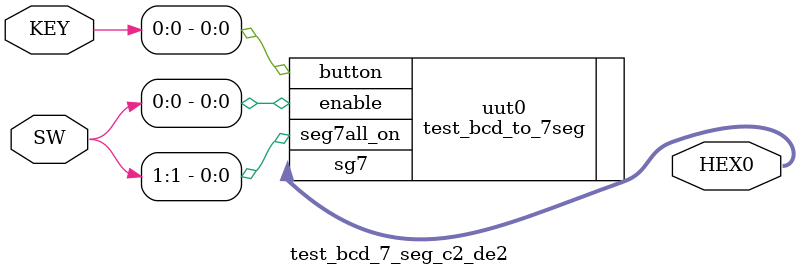
<source format=v>
/* 
@brief	test_binary_7_seg_en_c2_de2.v
@details	This example shows how to test the module BCD_TO_7SEG with an external button. 
			
			Every time the button is pushed, a BCD counter is increased and its result is shown
			in the 7-seg display.


@return	N/A

@author	Manuel Caballero
@date		15/November/2024
@version	15/November/2024    The ORIGIN
@pre		This source code was tested on the Altera’s DE2 board.
@warning	N/A.
@pre		This code belongs to AqueronteBlog.
				- GitHub:  https://github.com/AqueronteBlog
            - YouTube: https://www.youtube.com/user/AqueronteBlog
            - X:       https://twitter.com/aqueronteblog
*/
module test_bcd_7_seg_c2_de2 (
	input[1:0] SW,
	input[3:0] KEY,
	output[6:0] HEX0
);

	test_bcd_to_7seg uut0 (.seg7all_on(SW[1]), .enable(SW[0]), .button(KEY[0]), .sg7(HEX0));
endmodule
	
</source>
